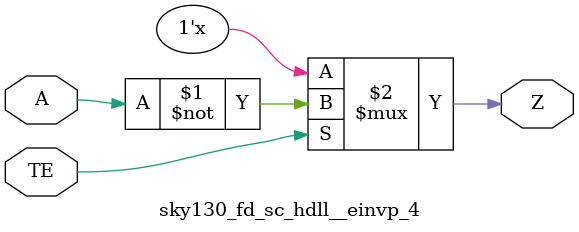
<source format=v>
/*
 * Copyright 2020 The SkyWater PDK Authors
 *
 * Licensed under the Apache License, Version 2.0 (the "License");
 * you may not use this file except in compliance with the License.
 * You may obtain a copy of the License at
 *
 *     https://www.apache.org/licenses/LICENSE-2.0
 *
 * Unless required by applicable law or agreed to in writing, software
 * distributed under the License is distributed on an "AS IS" BASIS,
 * WITHOUT WARRANTIES OR CONDITIONS OF ANY KIND, either express or implied.
 * See the License for the specific language governing permissions and
 * limitations under the License.
 *
 * SPDX-License-Identifier: Apache-2.0
*/


`ifndef SKY130_FD_SC_HDLL__EINVP_4_FUNCTIONAL_V
`define SKY130_FD_SC_HDLL__EINVP_4_FUNCTIONAL_V

/**
 * einvp: Tri-state inverter, positive enable.
 *
 * Verilog simulation functional model.
 */

`timescale 1ns / 1ps
`default_nettype none

`celldefine
module sky130_fd_sc_hdll__einvp_4 (
    Z ,
    A ,
    TE
);

    // Module ports
    output Z ;
    input  A ;
    input  TE;

    //     Name     Output  Other arguments
    notif1 notif10 (Z     , A, TE          );

endmodule
`endcelldefine

`default_nettype wire
`endif  // SKY130_FD_SC_HDLL__EINVP_4_FUNCTIONAL_V

</source>
